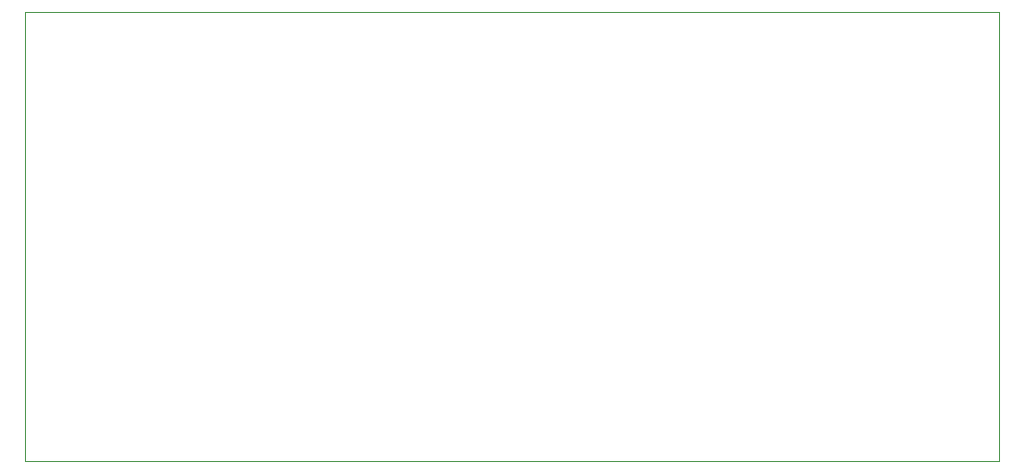
<source format=gbr>
%TF.GenerationSoftware,KiCad,Pcbnew,(5.1.9)-1*%
%TF.CreationDate,2021-07-19T11:38:20+01:00*%
%TF.ProjectId,2S-parallel-board,32532d70-6172-4616-9c6c-656c2d626f61,rev?*%
%TF.SameCoordinates,Original*%
%TF.FileFunction,Profile,NP*%
%FSLAX46Y46*%
G04 Gerber Fmt 4.6, Leading zero omitted, Abs format (unit mm)*
G04 Created by KiCad (PCBNEW (5.1.9)-1) date 2021-07-19 11:38:20*
%MOMM*%
%LPD*%
G01*
G04 APERTURE LIST*
%TA.AperFunction,Profile*%
%ADD10C,0.100000*%
%TD*%
G04 APERTURE END LIST*
D10*
X158750000Y-93980000D02*
X158750000Y-132080000D01*
X76200000Y-93980000D02*
X158750000Y-93980000D01*
X76200000Y-132080000D02*
X76200000Y-93980000D01*
X158750000Y-132080000D02*
X76200000Y-132080000D01*
M02*

</source>
